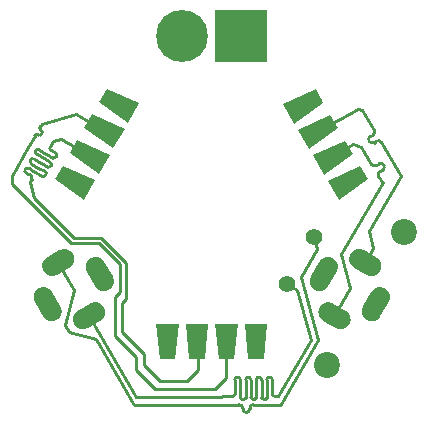
<source format=gbl>
G04 #@! TF.GenerationSoftware,KiCad,Pcbnew,7.0.8-7.0.8~ubuntu22.04.1*
G04 #@! TF.CreationDate,2023-10-19T22:21:27+02:00*
G04 #@! TF.ProjectId,LightPipe_PCB,4c696768-7450-4697-9065-5f5043422e6b,v0.1.2*
G04 #@! TF.SameCoordinates,Original*
G04 #@! TF.FileFunction,Copper,L4,Bot*
G04 #@! TF.FilePolarity,Positive*
%FSLAX46Y46*%
G04 Gerber Fmt 4.6, Leading zero omitted, Abs format (unit mm)*
G04 Created by KiCad (PCBNEW 7.0.8-7.0.8~ubuntu22.04.1) date 2023-10-19 22:21:27*
%MOMM*%
%LPD*%
G01*
G04 APERTURE LIST*
G04 #@! TA.AperFunction,ComponentPad*
%ADD10R,4.400000X4.400000*%
G04 #@! TD*
G04 #@! TA.AperFunction,ComponentPad*
%ADD11C,4.400000*%
G04 #@! TD*
G04 #@! TA.AperFunction,ComponentPad*
%ADD12C,2.200000*%
G04 #@! TD*
G04 #@! TA.AperFunction,ComponentPad*
%ADD13C,1.400000*%
G04 #@! TD*
G04 #@! TA.AperFunction,ViaPad*
%ADD14C,0.600000*%
G04 #@! TD*
G04 #@! TA.AperFunction,Conductor*
%ADD15C,0.250000*%
G04 #@! TD*
G04 APERTURE END LIST*
G04 #@! TA.AperFunction,ComponentPad*
G36*
G01*
X137296728Y-97965544D02*
X138335958Y-98565544D01*
G75*
G02*
X138647080Y-99726666I-425000J-736122D01*
G01*
X138647080Y-99726666D01*
G75*
G02*
X137485958Y-100037788I-736122J425000D01*
G01*
X136446728Y-99437788D01*
G75*
G02*
X136135606Y-98276666I425000J736122D01*
G01*
X136135606Y-98276666D01*
G75*
G02*
X137296728Y-97965544I736122J-425000D01*
G01*
G37*
G04 #@! TD.AperFunction*
G04 #@! TA.AperFunction,ComponentPad*
G36*
G01*
X135396856Y-95656218D02*
X136096856Y-94443782D01*
G75*
G02*
X137257978Y-94132660I736122J-425000D01*
G01*
X137257978Y-94132660D01*
G75*
G02*
X137569100Y-95293782I-425000J-736122D01*
G01*
X136869100Y-96506218D01*
G75*
G02*
X135707978Y-96817340I-736122J425000D01*
G01*
X135707978Y-96817340D01*
G75*
G02*
X135396856Y-95656218I425000J736122D01*
G01*
G37*
G04 #@! TD.AperFunction*
G04 #@! TA.AperFunction,ComponentPad*
G36*
G01*
X139813586Y-98206218D02*
X140513586Y-96993782D01*
G75*
G02*
X141674708Y-96682660I736122J-425000D01*
G01*
X141674708Y-96682660D01*
G75*
G02*
X141985830Y-97843782I-425000J-736122D01*
G01*
X141285830Y-99056218D01*
G75*
G02*
X140124708Y-99367340I-736122J425000D01*
G01*
X140124708Y-99367340D01*
G75*
G02*
X139813586Y-98206218I425000J736122D01*
G01*
G37*
G04 #@! TD.AperFunction*
G04 #@! TA.AperFunction,ComponentPad*
G36*
G01*
X139896728Y-93462212D02*
X140935958Y-94062212D01*
G75*
G02*
X141247080Y-95223334I-425000J-736122D01*
G01*
X141247080Y-95223334D01*
G75*
G02*
X140085958Y-95534456I-736122J425000D01*
G01*
X139046728Y-94934456D01*
G75*
G02*
X138735606Y-93773334I425000J736122D01*
G01*
X138735606Y-93773334D01*
G75*
G02*
X139896728Y-93462212I736122J-425000D01*
G01*
G37*
G04 #@! TD.AperFunction*
G04 #@! TA.AperFunction,ComponentPad*
G36*
G01*
X114953272Y-94934456D02*
X113914042Y-95534456D01*
G75*
G02*
X112752920Y-95223334I-425000J736122D01*
G01*
X112752920Y-95223334D01*
G75*
G02*
X113064042Y-94062212I736122J425000D01*
G01*
X114103272Y-93462212D01*
G75*
G02*
X115264394Y-93773334I425000J-736122D01*
G01*
X115264394Y-93773334D01*
G75*
G02*
X114953272Y-94934456I-736122J-425000D01*
G01*
G37*
G04 #@! TD.AperFunction*
G04 #@! TA.AperFunction,ComponentPad*
G36*
G01*
X117903144Y-94443782D02*
X118603144Y-95656218D01*
G75*
G02*
X118292022Y-96817340I-736122J-425000D01*
G01*
X118292022Y-96817340D01*
G75*
G02*
X117130900Y-96506218I-425000J736122D01*
G01*
X116430900Y-95293782D01*
G75*
G02*
X116742022Y-94132660I736122J425000D01*
G01*
X116742022Y-94132660D01*
G75*
G02*
X117903144Y-94443782I425000J-736122D01*
G01*
G37*
G04 #@! TD.AperFunction*
G04 #@! TA.AperFunction,ComponentPad*
G36*
G01*
X113486414Y-96993782D02*
X114186414Y-98206218D01*
G75*
G02*
X113875292Y-99367340I-736122J-425000D01*
G01*
X113875292Y-99367340D01*
G75*
G02*
X112714170Y-99056218I-425000J736122D01*
G01*
X112014170Y-97843782D01*
G75*
G02*
X112325292Y-96682660I736122J425000D01*
G01*
X112325292Y-96682660D01*
G75*
G02*
X113486414Y-96993782I425000J-736122D01*
G01*
G37*
G04 #@! TD.AperFunction*
G04 #@! TA.AperFunction,ComponentPad*
G36*
G01*
X117553272Y-99437788D02*
X116514042Y-100037788D01*
G75*
G02*
X115352920Y-99726666I-425000J736122D01*
G01*
X115352920Y-99726666D01*
G75*
G02*
X115664042Y-98565544I736122J425000D01*
G01*
X116703272Y-97965544D01*
G75*
G02*
X117864394Y-98276666I425000J-736122D01*
G01*
X117864394Y-98276666D01*
G75*
G02*
X117553272Y-99437788I-736122J-425000D01*
G01*
G37*
G04 #@! TD.AperFunction*
D10*
X129500000Y-75300000D03*
D11*
X124500000Y-75300000D03*
G04 #@! TA.AperFunction,ConnectorPad*
G36*
X134000447Y-82725129D02*
G01*
X136448523Y-80965322D01*
X135798523Y-79839488D01*
X133050447Y-81079681D01*
X134000447Y-82725129D01*
G37*
G04 #@! TD.AperFunction*
G04 #@! TA.AperFunction,ConnectorPad*
G36*
X135250447Y-84890192D02*
G01*
X137698523Y-83130385D01*
X137048523Y-82004551D01*
X134300447Y-83244744D01*
X135250447Y-84890192D01*
G37*
G04 #@! TD.AperFunction*
G04 #@! TA.AperFunction,ConnectorPad*
G36*
X136500447Y-87055256D02*
G01*
X138948523Y-85295449D01*
X138298523Y-84169615D01*
X135550447Y-85409808D01*
X136500447Y-87055256D01*
G37*
G04 #@! TD.AperFunction*
G04 #@! TA.AperFunction,ConnectorPad*
G36*
X137750447Y-89220319D02*
G01*
X140198523Y-87460512D01*
X139548523Y-86334678D01*
X136800447Y-87574871D01*
X137750447Y-89220319D01*
G37*
G04 #@! TD.AperFunction*
D12*
X143240381Y-91870835D03*
G04 #@! TA.AperFunction,ConnectorPad*
G36*
X129800000Y-99700000D02*
G01*
X130100000Y-102700000D01*
X131400000Y-102700000D01*
X131700000Y-99700000D01*
X129800000Y-99700000D01*
G37*
G04 #@! TD.AperFunction*
G04 #@! TA.AperFunction,ConnectorPad*
G36*
X127300000Y-99700000D02*
G01*
X127600000Y-102700000D01*
X128900000Y-102700000D01*
X129200000Y-99700000D01*
X127300000Y-99700000D01*
G37*
G04 #@! TD.AperFunction*
G04 #@! TA.AperFunction,ConnectorPad*
G36*
X124800000Y-99700000D02*
G01*
X125100000Y-102700000D01*
X126400000Y-102700000D01*
X126700000Y-99700000D01*
X124800000Y-99700000D01*
G37*
G04 #@! TD.AperFunction*
G04 #@! TA.AperFunction,ConnectorPad*
G36*
X122300000Y-99700000D02*
G01*
X122600000Y-102700000D01*
X123900000Y-102700000D01*
X124200000Y-99700000D01*
X122300000Y-99700000D01*
G37*
G04 #@! TD.AperFunction*
D13*
X133384421Y-96341858D03*
D12*
X136740381Y-103129165D03*
D13*
X135684421Y-92358142D03*
G04 #@! TA.AperFunction,ConnectorPad*
G36*
X120862951Y-81029681D02*
G01*
X118114875Y-79789488D01*
X117464875Y-80915322D01*
X119912951Y-82675129D01*
X120862951Y-81029681D01*
G37*
G04 #@! TD.AperFunction*
G04 #@! TA.AperFunction,ConnectorPad*
G36*
X119612951Y-83194744D02*
G01*
X116864875Y-81954551D01*
X116214875Y-83080385D01*
X118662951Y-84840192D01*
X119612951Y-83194744D01*
G37*
G04 #@! TD.AperFunction*
G04 #@! TA.AperFunction,ConnectorPad*
G36*
X118362951Y-85359808D02*
G01*
X115614875Y-84119615D01*
X114964875Y-85245449D01*
X117412951Y-87005256D01*
X118362951Y-85359808D01*
G37*
G04 #@! TD.AperFunction*
G04 #@! TA.AperFunction,ConnectorPad*
G36*
X117112951Y-87524871D02*
G01*
X114364875Y-86284678D01*
X113714875Y-87410512D01*
X116162951Y-89170319D01*
X117112951Y-87524871D01*
G37*
G04 #@! TD.AperFunction*
D14*
X118374682Y-80273205D03*
X131365209Y-100197189D03*
X119829938Y-82152628D03*
X130265209Y-101497189D03*
X133689888Y-81171995D03*
X118024682Y-80879423D03*
X120379938Y-81200000D03*
X136045144Y-80851418D03*
X131265209Y-101497189D03*
X134239888Y-82124623D03*
X135695144Y-80245200D03*
X130265209Y-100197189D03*
X122748693Y-101605472D03*
X139787711Y-87361563D03*
X137982455Y-88634768D03*
X114294744Y-87426794D03*
X123748693Y-101605472D03*
X116650000Y-87747372D03*
X116100000Y-88700000D03*
X122648693Y-100305472D03*
X123748693Y-100305472D03*
X114644744Y-86820577D03*
X139437711Y-86755345D03*
X137432455Y-87682140D03*
D15*
X115358657Y-96836603D02*
X114008657Y-94498334D01*
X117175644Y-100983717D02*
X114888595Y-100370904D01*
X135940639Y-93314359D02*
X134540639Y-95739230D01*
X130225060Y-106825060D02*
X130225060Y-106885372D01*
X134540639Y-95739230D02*
X135968138Y-101066730D01*
X120374940Y-106525060D02*
X117175644Y-100983717D01*
X135684421Y-92358142D02*
X135940639Y-93314359D01*
X132856407Y-106456407D02*
X132787754Y-106525060D01*
X129275060Y-106525060D02*
X120374940Y-106525060D01*
X129325060Y-106525060D02*
X129275060Y-106525060D01*
X114888595Y-100370904D02*
X114562831Y-99806664D01*
X135968138Y-101066730D02*
X132856407Y-106456407D01*
X114562831Y-99806664D02*
X115358657Y-96836603D01*
X129625060Y-106885372D02*
X129625060Y-106825059D01*
X132787754Y-106525060D02*
X130525061Y-106525060D01*
X129925060Y-107185360D02*
G75*
G03*
X130225060Y-106885372I40J299960D01*
G01*
X129625128Y-106885372D02*
G75*
G03*
X129925060Y-107185372I299972J-28D01*
G01*
X130525061Y-106525060D02*
G75*
G03*
X130225060Y-106825060I39J-300040D01*
G01*
X129625140Y-106825059D02*
G75*
G03*
X129325060Y-106525060I-300040J-41D01*
G01*
X120557953Y-105842047D02*
X116608657Y-99001666D01*
X132111791Y-105611791D02*
X132111790Y-104411791D01*
X134250447Y-96841858D02*
X135385125Y-101076537D01*
X131211792Y-105936791D02*
X131211792Y-105836791D01*
X130761791Y-104411791D02*
X130761791Y-105836791D01*
X128104686Y-105836791D02*
X127847303Y-105836791D01*
X131661791Y-104411791D02*
X131661791Y-105611791D01*
X131211792Y-105836791D02*
X131211791Y-104411792D01*
X130311791Y-105936791D02*
X130311791Y-105836791D01*
X127842047Y-105842048D02*
X120557953Y-105842047D01*
X129861791Y-105836791D02*
X129861791Y-105936791D01*
X129761791Y-106036791D02*
X129511791Y-106036791D01*
X127847303Y-105836791D02*
X127842047Y-105842048D01*
X131561791Y-106036791D02*
X131311791Y-106036791D01*
X130311791Y-105836791D02*
X130311791Y-104411792D01*
X129411791Y-105836791D02*
X129411791Y-104411791D01*
X129411791Y-105936791D02*
X129411791Y-105836791D01*
X128961791Y-104411792D02*
X128961789Y-105611791D01*
X135385125Y-101076537D02*
X132636791Y-105836791D01*
X130661791Y-106036791D02*
X130411791Y-106036791D01*
X133384421Y-96341858D02*
X134250447Y-96841858D01*
X130761791Y-105836791D02*
X130761791Y-105936791D01*
X128736790Y-105836791D02*
X128104686Y-105836791D01*
X131661791Y-105611791D02*
X131661791Y-105936791D01*
X129861791Y-104411791D02*
X129861791Y-105836791D01*
X132636791Y-105836791D02*
X132336791Y-105836791D01*
X131886791Y-104186791D02*
G75*
G03*
X131661791Y-104411791I9J-225009D01*
G01*
X129411809Y-105936791D02*
G75*
G03*
X129511791Y-106036791I99991J-9D01*
G01*
X129761791Y-106036791D02*
G75*
G03*
X129861791Y-105936791I9J99991D01*
G01*
X131211809Y-105936791D02*
G75*
G03*
X131311791Y-106036791I99991J-9D01*
G01*
X132111809Y-104411791D02*
G75*
G03*
X131886791Y-104186791I-225009J-9D01*
G01*
X130086791Y-104186791D02*
G75*
G03*
X129861791Y-104411791I9J-225009D01*
G01*
X130986791Y-104186791D02*
G75*
G03*
X130761791Y-104411791I9J-225009D01*
G01*
X131211809Y-104411792D02*
G75*
G03*
X130986791Y-104186791I-225009J-8D01*
G01*
X132111809Y-105611791D02*
G75*
G03*
X132336791Y-105836791I224991J-9D01*
G01*
X131561791Y-106036791D02*
G75*
G03*
X131661791Y-105936791I9J99991D01*
G01*
X129411809Y-104411791D02*
G75*
G03*
X129186791Y-104186791I-225009J-9D01*
G01*
X128736790Y-105836789D02*
G75*
G03*
X128961789Y-105611791I10J224989D01*
G01*
X130661791Y-106036791D02*
G75*
G03*
X130761791Y-105936791I9J99991D01*
G01*
X130311809Y-104411792D02*
G75*
G03*
X130086791Y-104186791I-225009J-8D01*
G01*
X130311809Y-105936791D02*
G75*
G03*
X130411791Y-106036791I99991J-9D01*
G01*
X129186791Y-104186791D02*
G75*
G03*
X128961791Y-104411792I9J-225009D01*
G01*
X141226279Y-86784232D02*
X141463633Y-86647196D01*
X141226279Y-86784234D02*
X141226279Y-86784232D01*
X140516472Y-86154809D02*
X139666472Y-84682566D01*
X138944932Y-84489230D02*
X137386087Y-85389230D01*
X137972690Y-93794744D02*
X141427592Y-87810677D01*
X141427592Y-87810677D02*
X141466472Y-87800259D01*
X141163635Y-86127580D02*
X141163634Y-86127579D01*
X138741343Y-96663397D02*
X137972690Y-93794744D01*
X141466472Y-87800259D02*
X141116472Y-87194040D01*
X141163634Y-86127579D02*
X140926278Y-86264615D01*
X137391343Y-99001666D02*
X138741343Y-96663397D01*
X141573442Y-86237388D02*
X141573442Y-86237388D01*
X140516471Y-86154809D02*
X140516472Y-86154809D01*
X139666472Y-84682566D02*
X138944932Y-84489230D01*
X141226248Y-86784180D02*
G75*
G03*
X141116473Y-87194040I150052J-259820D01*
G01*
X140516495Y-86154795D02*
G75*
G03*
X140926278Y-86264615I259805J149995D01*
G01*
X141573405Y-86237409D02*
G75*
G03*
X141163635Y-86127580I-259805J-149991D01*
G01*
X141463647Y-86647221D02*
G75*
G03*
X141573441Y-86237388I-150047J259821D01*
G01*
X139991343Y-94498334D02*
X140691343Y-93285898D01*
X142989163Y-87179818D02*
X141341601Y-84326160D01*
X140691343Y-93285898D02*
X140302232Y-91833718D01*
X140931794Y-84216352D02*
X140724358Y-84336115D01*
X139390381Y-81460771D02*
X136186087Y-83310770D01*
X140302232Y-91833718D02*
X142989163Y-87179818D01*
X140424358Y-83816500D02*
X140631794Y-83696737D01*
X139741602Y-81554880D02*
X139390381Y-81460771D01*
X140741601Y-83286929D02*
X140716601Y-83243628D01*
X140716601Y-83243628D02*
X139741602Y-81554880D01*
X140314598Y-84226280D02*
G75*
G03*
X140724358Y-84336115I259802J149980D01*
G01*
X141341621Y-84326149D02*
G75*
G03*
X140931794Y-84216353I-259821J-150051D01*
G01*
X140424345Y-83816478D02*
G75*
G03*
X140314551Y-84226308I150055J-259822D01*
G01*
X140631772Y-83696699D02*
G75*
G03*
X140741600Y-83286929I-149972J259799D01*
G01*
X119751942Y-94515547D02*
X117618198Y-92381802D01*
X121250000Y-102250000D02*
X119400000Y-100400000D01*
X112406459Y-84951914D02*
X112980132Y-85283124D01*
X112878804Y-86783469D02*
X112305133Y-86452259D01*
X115294456Y-92381802D02*
X111956327Y-89043673D01*
X119751942Y-97548058D02*
X119751942Y-94515547D01*
X113592632Y-84222243D02*
X114275643Y-84039230D01*
X112530132Y-86062547D02*
X113103804Y-86393757D01*
X111592632Y-87686345D02*
X111742632Y-87426537D01*
X111956327Y-89043673D02*
X111592632Y-87686345D01*
X119400000Y-97900000D02*
X119751942Y-97548058D01*
X111506459Y-86510760D02*
X111885276Y-86729470D01*
X117618198Y-92381802D02*
X115294456Y-92381802D01*
X112755132Y-85672836D02*
X112181459Y-85341626D01*
X112980132Y-85283124D02*
X113553804Y-85614334D01*
X114275643Y-84039230D02*
X116613913Y-85389230D01*
X125800000Y-101300000D02*
X125800000Y-103599999D01*
X112305133Y-86452259D02*
X111731459Y-86121049D01*
X111660276Y-87119181D02*
X111281459Y-86900471D01*
X113778804Y-85224623D02*
X113399987Y-85005913D01*
X124900000Y-104500000D02*
X122600000Y-104500000D01*
X113328804Y-86004046D02*
X112755132Y-85672836D01*
X111956459Y-85731337D02*
X112530132Y-86062547D01*
X113317632Y-84698557D02*
X113592632Y-84222243D01*
X122600000Y-104500000D02*
X121250000Y-103150000D01*
X121250000Y-103150000D02*
X121250000Y-102250000D01*
X119400000Y-100400000D02*
X119400000Y-97900000D01*
X111885276Y-86729470D02*
X112653804Y-87173180D01*
X125800000Y-103599999D02*
X124900000Y-104500000D01*
X111506490Y-86510707D02*
G75*
G03*
X111199104Y-86593116I-112490J-194893D01*
G01*
X112653806Y-87173177D02*
G75*
G03*
X112961159Y-87090824I112494J194877D01*
G01*
X111956486Y-85731291D02*
G75*
G03*
X111649103Y-85813693I-112486J-194909D01*
G01*
X113411156Y-86311399D02*
G75*
G03*
X113328804Y-86004046I-194856J112499D01*
G01*
X113103802Y-86393761D02*
G75*
G03*
X113411160Y-86311401I112498J194861D01*
G01*
X111742596Y-87426516D02*
G75*
G03*
X111660276Y-87119181I-194796J112516D01*
G01*
X112406481Y-84951876D02*
G75*
G03*
X112099104Y-85034270I-112481J-194924D01*
G01*
X113553797Y-85614346D02*
G75*
G03*
X113861160Y-85531979I112503J194846D01*
G01*
X111199098Y-86593113D02*
G75*
G03*
X111281459Y-86900470I194902J-112487D01*
G01*
X113317687Y-84698589D02*
G75*
G03*
X113399987Y-85005913I194813J-112511D01*
G01*
X111649125Y-85813706D02*
G75*
G03*
X111731459Y-86121048I194875J-112494D01*
G01*
X113861183Y-85531992D02*
G75*
G03*
X113778804Y-85224623I-194883J112492D01*
G01*
X112099152Y-85034298D02*
G75*
G03*
X112181459Y-85341625I194848J-112502D01*
G01*
X112961129Y-87090806D02*
G75*
G03*
X112878804Y-86783470I-194829J112506D01*
G01*
X122200000Y-105200000D02*
X127300000Y-105200000D01*
X119227402Y-96972598D02*
X118800000Y-97400000D01*
X112539347Y-83296586D02*
X112539367Y-83296598D01*
X110056991Y-87856991D02*
X115068654Y-92868654D01*
X111467171Y-84703649D02*
X110056991Y-87146152D01*
X112314367Y-83686309D02*
X112314347Y-83686298D01*
X118800000Y-97400000D02*
X118800000Y-100700000D01*
X110056991Y-87146152D02*
X110056991Y-87856991D01*
X115475643Y-81960770D02*
X112606991Y-82729423D01*
X115068654Y-92868654D02*
X117468654Y-92868654D01*
X119227402Y-94627402D02*
X119227402Y-96972598D01*
X117468654Y-92868654D02*
X119227402Y-94627402D01*
X117813913Y-83310770D02*
X115475643Y-81960770D01*
X112606991Y-82729423D02*
X112456991Y-82989230D01*
X120600000Y-103599999D02*
X122200000Y-105200000D01*
X128199999Y-104300000D02*
X128200000Y-101300000D01*
X127300000Y-105200000D02*
X128199999Y-104300000D01*
X112006991Y-83768653D02*
X111467171Y-84703649D01*
X120599999Y-102500000D02*
X120600000Y-103599999D01*
X118800000Y-100700000D02*
X120599999Y-102500000D01*
X112314382Y-83686283D02*
G75*
G03*
X112621721Y-83603953I112518J194783D01*
G01*
X112621787Y-83603991D02*
G75*
G03*
X112539367Y-83296599I-194887J112491D01*
G01*
X112314307Y-83686368D02*
G75*
G03*
X112006991Y-83768653I-112507J-194832D01*
G01*
X112456941Y-82989201D02*
G75*
G03*
X112539347Y-83296585I194859J-112499D01*
G01*
M02*

</source>
